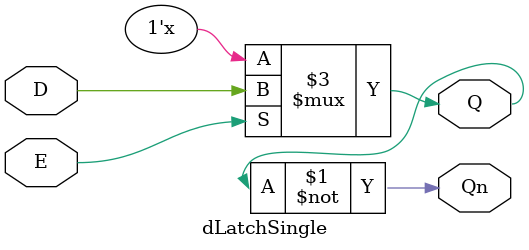
<source format=v>
module dLatchSingle (
    input D, E,       
    output reg Q,      
    output Qn          
);
    assign Qn = ~Q;    

    always @(D, E) begin
        if (E)         
            Q <= D;   
    end
endmodule
</source>
